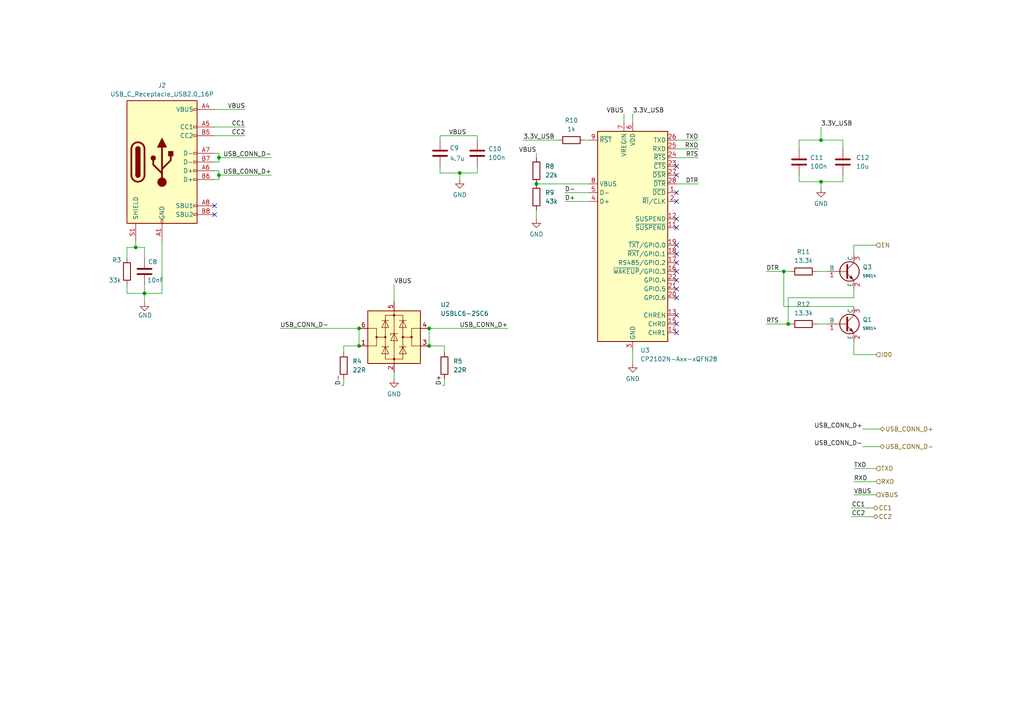
<source format=kicad_sch>
(kicad_sch (version 20250114) (generator "eeschema") (generator_version "9.0")
  (paper "A4")
  (lib_symbols
    (symbol "Connector:USB_C_Receptacle_USB2.0_16P" (pin_names (offset 1.016))
      (property "Reference" "J" (at 0 22.225 0))
      (property "Value" "USB_C_Receptacle_USB2.0_16P" (at 0 19.685 0))
      (symbol "USB_C_Receptacle_USB2.0_16P_0_0"
        (rectangle (start -0.254 -17.78) (end 0.254 -16.764))
        (rectangle (start 10.16 15.494) (end 9.144 14.986))
        (rectangle (start 10.16 10.414) (end 9.144 9.906))
        (rectangle (start 10.16 7.874) (end 9.144 7.366))
        (rectangle (start 10.16 2.794) (end 9.144 2.286))
        (rectangle (start 10.16 0.254) (end 9.144 -0.254))
        (rectangle (start 10.16 -2.286) (end 9.144 -2.794))
        (rectangle (start 10.16 -4.826) (end 9.144 -5.334))
        (rectangle (start 10.16 -12.446) (end 9.144 -12.954))
        (rectangle (start 10.16 -14.986) (end 9.144 -15.494))
      )
      (symbol "USB_C_Receptacle_USB2.0_16P_0_1"
        (rectangle (start -10.16 17.78) (end 10.16 -17.78) (stroke (width 0.254)) (fill (type background)))
        (polyline (pts (xy -8.89 -3.81) (xy -8.89 3.81)) (stroke (width 0.508)))
        (rectangle (start -7.62 -3.81) (end -6.35 3.81) (stroke (width 0.254)) (fill (type outline)))
        (arc (start -7.62 3.81) (mid -6.985 4.4423) (end -6.35 3.81) (stroke (width 0.254)))
        (arc (start -7.62 3.81) (mid -6.985 4.4423) (end -6.35 3.81) (stroke (width 0.254)) (fill (type outline)))
        (arc (start -8.89 3.81) (mid -6.985 5.7067) (end -5.08 3.81) (stroke (width 0.508)))
        (arc (start -5.08 -3.81) (mid -6.985 -5.7067) (end -8.89 -3.81) (stroke (width 0.508)))
        (arc (start -6.35 -3.81) (mid -6.985 -4.4423) (end -7.62 -3.81) (stroke (width 0.254)))
        (arc (start -6.35 -3.81) (mid -6.985 -4.4423) (end -7.62 -3.81) (stroke (width 0.254)) (fill (type outline)))
        (polyline (pts (xy -5.08 3.81) (xy -5.08 -3.81)) (stroke (width 0.508)))
        (circle (center -2.54 1.143) (radius 0.635) (stroke (width 0.254)) (fill (type outline)))
        (polyline (pts (xy -1.27 4.318) (xy 0 6.858) (xy 1.27 4.318) (xy -1.27 4.318)) (stroke (width 0.254)) (fill (type outline)))
        (polyline (pts (xy 0 -2.032) (xy 2.54 0.508) (xy 2.54 1.778)) (stroke (width 0.508)))
        (polyline (pts (xy 0 -3.302) (xy -2.54 -0.762) (xy -2.54 0.508)) (stroke (width 0.508)))
        (polyline (pts (xy 0 -5.842) (xy 0 4.318)) (stroke (width 0.508)))
        (circle (center 0 -5.842) (radius 1.27) (fill (type outline)))
        (rectangle (start 1.905 1.778) (end 3.175 3.048) (stroke (width 0.254)) (fill (type outline)))
      )
      (symbol "USB_C_Receptacle_USB2.0_16P_1_1"
        (pin passive line (at -7.62 -22.86 90) (length 5.08) (name "SHIELD") (number "S1"))
        (pin passive line (at 0 -22.86 90) (length 5.08) (name "GND") (number "A1"))
        (pin passive line (at 0 -22.86 90) (length 5.08) (hide yes) (name "GND") (number "A12"))
        (pin passive line (at 0 -22.86 90) (length 5.08) (hide yes) (name "GND") (number "B1"))
        (pin passive line (at 0 -22.86 90) (length 5.08) (hide yes) (name "GND") (number "B12"))
        (pin passive line (at 15.24 15.24 180) (length 5.08) (name "VBUS") (number "A4"))
        (pin passive line (at 15.24 15.24 180) (length 5.08) (hide yes) (name "VBUS") (number "A9"))
        (pin passive line (at 15.24 15.24 180) (length 5.08) (hide yes) (name "VBUS") (number "B4"))
        (pin passive line (at 15.24 15.24 180) (length 5.08) (hide yes) (name "VBUS") (number "B9"))
        (pin bidirectional line (at 15.24 10.16 180) (length 5.08) (name "CC1") (number "A5"))
        (pin bidirectional line (at 15.24 7.62 180) (length 5.08) (name "CC2") (number "B5"))
        (pin bidirectional line (at 15.24 2.54 180) (length 5.08) (name "D-") (number "A7"))
        (pin bidirectional line (at 15.24 0 180) (length 5.08) (name "D-") (number "B7"))
        (pin bidirectional line (at 15.24 -2.54 180) (length 5.08) (name "D+") (number "A6"))
        (pin bidirectional line (at 15.24 -5.08 180) (length 5.08) (name "D+") (number "B6"))
        (pin bidirectional line (at 15.24 -12.7 180) (length 5.08) (name "SBU1") (number "A8"))
        (pin bidirectional line (at 15.24 -15.24 180) (length 5.08) (name "SBU2") (number "B8"))
      )
    )
    (symbol "Device:C" (pin_numbers (hide yes)) (pin_names (offset 0.254))
      (property "Reference" "C" (at 0.635 2.54 0))
      (property "Value" "C" (at 0.635 -2.54 0))
      (symbol "C_0_1"
        (polyline (pts (xy -2.032 0.762) (xy 2.032 0.762)) (stroke (width 0.508)))
        (polyline (pts (xy -2.032 -0.762) (xy 2.032 -0.762)) (stroke (width 0.508)))
      )
      (symbol "C_1_1"
        (pin passive line (at 0 3.81 270) (length 2.794) (name "~") (number "1"))
        (pin passive line (at 0 -3.81 90) (length 2.794) (name "~") (number "2"))
      )
    )
    (symbol "Device:R" (pin_numbers (hide yes)) (pin_names (offset 0))
      (property "Reference" "R" (at 2.032 0 90))
      (property "Value" "R" (at 0 0 90))
      (symbol "R_0_1"
        (rectangle (start -1.016 -2.54) (end 1.016 2.54) (stroke (width 0.254)))
      )
      (symbol "R_1_1"
        (pin passive line (at 0 3.81 270) (length 1.27) (name "~") (number "1"))
        (pin passive line (at 0 -3.81 90) (length 1.27) (name "~") (number "2"))
      )
    )
    (symbol "Interface_USB:CP2102N-Axx-xQFN28"
      (property "Reference" "U" (at -8.89 31.75 0))
      (property "Value" "CP2102N-Axx-xQFN28" (at 12.7 31.75 0))
      (symbol "CP2102N-Axx-xQFN28_0_1"
        (rectangle (start -10.16 30.48) (end 10.16 -30.48) (stroke (width 0.254)) (fill (type background)))
      )
      (symbol "CP2102N-Axx-xQFN28_1_1"
        (pin input line (at -12.7 27.94 0) (length 2.54) (name "~{RST}") (number "9"))
        (pin input line (at -12.7 15.24 0) (length 2.54) (name "VBUS") (number "8"))
        (pin bidirectional line (at -12.7 12.7 0) (length 2.54) (name "D-") (number "5"))
        (pin bidirectional line (at -12.7 10.16 0) (length 2.54) (name "D+") (number "4"))
        (pin no_connect line (at -10.16 -27.94 0) (length 2.54) (hide yes) (name "NC") (number "10"))
        (pin power_in line (at -2.54 33.02 270) (length 2.54) (name "VREGIN") (number "7"))
        (pin power_in line (at 0 33.02 270) (length 2.54) (name "VDD") (number "6"))
        (pin passive line (at 0 -33.02 90) (length 2.54) (hide yes) (name "GND") (number "29"))
        (pin power_in line (at 0 -33.02 90) (length 2.54) (name "GND") (number "3"))
        (pin output line (at 12.7 27.94 180) (length 2.54) (name "TXD") (number "26"))
        (pin input line (at 12.7 25.4 180) (length 2.54) (name "RXD") (number "25"))
        (pin output line (at 12.7 22.86 180) (length 2.54) (name "~{RTS}") (number "24"))
        (pin input line (at 12.7 20.32 180) (length 2.54) (name "~{CTS}") (number "23"))
        (pin input line (at 12.7 17.78 180) (length 2.54) (name "~{DSR}") (number "27"))
        (pin output line (at 12.7 15.24 180) (length 2.54) (name "~{DTR}") (number "28"))
        (pin input line (at 12.7 12.7 180) (length 2.54) (name "~{DCD}") (number "1"))
        (pin bidirectional line (at 12.7 10.16 180) (length 2.54) (name "~{RI}/CLK") (number "2"))
        (pin output line (at 12.7 5.08 180) (length 2.54) (name "SUSPEND") (number "12"))
        (pin output line (at 12.7 2.54 180) (length 2.54) (name "~{SUSPEND}") (number "11"))
        (pin bidirectional line (at 12.7 -2.54 180) (length 2.54) (name "~{TXT}/GPIO.0") (number "19"))
        (pin bidirectional line (at 12.7 -5.08 180) (length 2.54) (name "~{RXT}/GPIO.1") (number "18"))
        (pin bidirectional line (at 12.7 -7.62 180) (length 2.54) (name "RS485/GPIO.2") (number "17"))
        (pin bidirectional line (at 12.7 -10.16 180) (length 2.54) (name "~{WAKEUP}/GPIO.3") (number "16"))
        (pin bidirectional line (at 12.7 -12.7 180) (length 2.54) (name "GPIO.4") (number "22"))
        (pin bidirectional line (at 12.7 -15.24 180) (length 2.54) (name "GPIO.5") (number "21"))
        (pin bidirectional line (at 12.7 -17.78 180) (length 2.54) (name "GPIO.6") (number "20"))
        (pin output line (at 12.7 -22.86 180) (length 2.54) (name "CHREN") (number "13"))
        (pin output line (at 12.7 -25.4 180) (length 2.54) (name "CHR0") (number "15"))
        (pin output line (at 12.7 -27.94 180) (length 2.54) (name "CHR1") (number "14"))
      )
    )
    (symbol "PCM_JLCPCB-Transistors:NPN,S9014" (pin_names (offset 0))
      (property "Reference" "Q" (at 4.8514 0.834 0))
      (property "Value" "S9014" (at 4.8514 -1.2122 0))
      (symbol "NPN,S9014_0_1"
        (polyline (pts (xy -2.54 0) (xy 0.635 0)) (stroke (width 0.1524)))
        (polyline (pts (xy 0.635 1.905) (xy 0.635 -1.905) (xy 0.635 -1.905)) (stroke (width 0.508)))
        (polyline (pts (xy 0.635 0.635) (xy 2.54 2.54)))
        (polyline (pts (xy 0.635 -0.635) (xy 2.54 -2.54) (xy 2.54 -2.54)))
        (circle (center 1.27 0) (radius 2.8194) (stroke (width 0.254)))
        (polyline (pts (xy 1.27 -1.778) (xy 1.778 -1.27) (xy 2.286 -2.286) (xy 1.27 -1.778) (xy 1.27 -1.778)) (fill (type outline)))
        (polyline (pts (xy 2.794 -1.27) (xy 2.794 -1.27)) (stroke (width 0.1524)))
        (polyline (pts (xy 2.794 -1.27) (xy 2.794 -1.27)) (stroke (width 0.1524)))
      )
      (symbol "NPN,S9014_1_1"
        (pin input line (at -5.08 0 0) (length 2.54) (name "B") (number "1"))
        (pin open_collector line (at 2.54 5.08 270) (length 2.54) (name "C") (number "3"))
        (pin open_emitter line (at 2.54 -5.08 90) (length 2.54) (name "E") (number "2"))
      )
    )
    (symbol "Power_Protection:USBLC6-2SC6" (pin_names (hide yes))
      (property "Reference" "U" (at 2.54 8.89 0))
      (property "Value" "USBLC6-2SC6" (at 2.54 -8.89 0))
      (symbol "USBLC6-2SC6_0_1"
        (rectangle (start -7.62 -7.62) (end 7.62 7.62) (stroke (width 0.254)) (fill (type background)))
        (polyline (pts (xy -5.08 2.54) (xy -7.62 2.54)))
        (circle (center -5.08 0) (radius 0.254) (fill (type outline)))
        (polyline (pts (xy -5.08 0) (xy -5.08 -2.54)))
        (polyline (pts (xy -5.08 -2.54) (xy -7.62 -2.54)))
        (polyline (pts (xy -3.556 2.794) (xy -1.524 2.794) (xy -2.54 4.826) (xy -3.556 2.794)))
        (polyline (pts (xy -3.556 -4.826) (xy -1.524 -4.826) (xy -2.54 -2.794) (xy -3.556 -4.826)))
        (rectangle (start -2.54 6.35) (end 2.54 -6.35))
        (circle (center -2.54 0) (radius 0.254) (fill (type outline)))
        (polyline (pts (xy -2.54 0) (xy -5.08 0) (xy -5.08 2.54)))
        (polyline (pts (xy -1.524 4.826) (xy -3.556 4.826)))
        (polyline (pts (xy -1.524 -2.794) (xy -3.556 -2.794)))
        (polyline (pts (xy -1.016 -1.016) (xy 1.016 -1.016) (xy 0 1.016) (xy -1.016 -1.016)))
        (circle (center 0 6.35) (radius 0.254) (fill (type outline)))
        (polyline (pts (xy 0 6.35) (xy 0 7.62)))
        (polyline (pts (xy 0 1.27) (xy 0 6.35)))
        (polyline (pts (xy 0 -6.35) (xy 0 1.27)))
        (circle (center 0 -6.35) (radius 0.254) (fill (type outline)))
        (polyline (pts (xy 0 -7.62) (xy 0 -6.35)))
        (polyline (pts (xy 1.016 1.016) (xy 0.762 1.016) (xy -1.016 1.016) (xy -1.016 0.508)))
        (polyline (pts (xy 1.524 4.826) (xy 3.556 4.826)))
        (polyline (pts (xy 1.524 -2.794) (xy 3.556 -2.794)))
        (polyline (pts (xy 2.54 0) (xy 5.08 0) (xy 5.08 2.54)))
        (circle (center 2.54 0) (radius 0.254) (fill (type outline)))
        (polyline (pts (xy 3.556 2.794) (xy 1.524 2.794) (xy 2.54 4.826) (xy 3.556 2.794)))
        (polyline (pts (xy 3.556 -4.826) (xy 1.524 -4.826) (xy 2.54 -2.794) (xy 3.556 -4.826)))
        (polyline (pts (xy 5.08 2.54) (xy 7.62 2.54)))
        (polyline (pts (xy 5.08 0) (xy 5.08 -2.54)))
        (circle (center 5.08 0) (radius 0.254) (fill (type outline)))
        (polyline (pts (xy 5.08 -2.54) (xy 7.62 -2.54)))
      )
      (symbol "USBLC6-2SC6_1_1"
        (pin passive line (at -10.16 2.54 0) (length 2.54) (name "I/O1") (number "6"))
        (pin passive line (at -10.16 -2.54 0) (length 2.54) (name "I/O1") (number "1"))
        (pin passive line (at 0 10.16 270) (length 2.54) (name "VBUS") (number "5"))
        (pin passive line (at 0 -10.16 90) (length 2.54) (name "GND") (number "2"))
        (pin passive line (at 10.16 2.54 180) (length 2.54) (name "I/O2") (number "4"))
        (pin passive line (at 10.16 -2.54 180) (length 2.54) (name "I/O2") (number "3"))
      )
    )
    (symbol "power:GND" (power) (pin_names (offset 0))
      (property "Value" "GND" (at 0 -3.81 0))
      (symbol "GND_0_1"
        (polyline (pts (xy 0 0) (xy 0 -1.27) (xy 1.27 -1.27) (xy 0 -2.54) (xy -1.27 -1.27) (xy 0 -1.27)))
      )
      (symbol "GND_1_1"
        (pin power_in line (at 0 0 270) (length 0) (hide yes) (name "GND") (number "1"))
      )
    )
  )
  (junction (at 39.37 71.755))
  (junction (at 238.125 40.64))
  (junction (at 227.33 78.74))
  (junction (at 104.14 95.25))
  (junction (at 63.5 50.8))
  (junction (at 133.35 50.165))
  (junction (at 104.14 100.33))
  (junction (at 124.46 95.25))
  (junction (at 228.6 93.98))
  (junction (at 155.575 53.34))
  (junction (at 124.46 100.33))
  (junction (at 238.125 52.705))
  (junction (at 63.5 45.72))
  (junction (at 41.91 85.09))
  (no_connect (at 196.215 55.88))
  (no_connect (at 196.215 83.82))
  (no_connect (at 196.215 73.66))
  (no_connect (at 196.215 78.74))
  (no_connect (at 196.215 50.8))
  (no_connect (at 196.215 96.52))
  (no_connect (at 196.215 48.26))
  (no_connect (at 196.215 86.36))
  (no_connect (at 196.215 71.12))
  (no_connect (at 62.23 62.23))
  (no_connect (at 62.23 59.69))
  (no_connect (at 196.215 63.5))
  (no_connect (at 196.215 91.44))
  (no_connect (at 196.215 58.42))
  (no_connect (at 196.215 81.28))
  (no_connect (at 196.215 93.98))
  (no_connect (at 196.215 66.04))
  (no_connect (at 196.215 76.2))
  (wire (pts (xy 36.83 71.755) (xy 39.37 71.755)))
  (wire (pts (xy 41.91 85.09) (xy 41.91 87.63)))
  (wire (pts (xy 124.46 100.33) (xy 128.905 100.33)))
  (wire (pts (xy 222.25 78.74) (xy 227.33 78.74)))
  (wire (pts (xy 62.23 39.37) (xy 71.12 39.37)))
  (wire (pts (xy 138.43 50.165) (xy 138.43 48.26)))
  (wire (pts (xy 163.83 55.88) (xy 170.815 55.88)))
  (wire (pts (xy 155.575 60.96) (xy 155.575 63.5)))
  (wire (pts (xy 36.83 85.09) (xy 41.91 85.09)))
  (wire (pts (xy 63.5 50.8) (xy 63.5 52.07)))
  (wire (pts (xy 254 71.12) (xy 247.65 71.12)))
  (wire (pts (xy 99.695 111.76) (xy 99.695 109.855)))
  (wire (pts (xy 78.74 45.72) (xy 63.5 45.72)))
  (wire (pts (xy 62.23 49.53) (xy 63.5 49.53)))
  (wire (pts (xy 62.23 31.75) (xy 71.12 31.75)))
  (wire (pts (xy 99.695 100.33) (xy 99.695 102.235)))
  (wire (pts (xy 127.635 40.64) (xy 127.635 39.37)))
  (wire (pts (xy 247.015 149.86) (xy 253.365 149.86)))
  (wire (pts (xy 247.65 135.89) (xy 254 135.89)))
  (wire (pts (xy 238.125 36.83) (xy 238.125 40.64)))
  (wire (pts (xy 231.775 43.18) (xy 231.775 40.64)))
  (wire (pts (xy 62.23 46.99) (xy 63.5 46.99)))
  (wire (pts (xy 62.23 36.83) (xy 71.12 36.83)))
  (wire (pts (xy 227.33 78.74) (xy 229.235 78.74)))
  (wire (pts (xy 36.83 74.93) (xy 36.83 71.755)))
  (wire (pts (xy 183.515 33.02) (xy 183.515 35.56)))
  (wire (pts (xy 222.25 93.98) (xy 228.6 93.98)))
  (wire (pts (xy 180.975 33.02) (xy 180.975 35.56)))
  (wire (pts (xy 133.35 50.165) (xy 138.43 50.165)))
  (wire (pts (xy 124.46 95.25) (xy 147.32 95.25)))
  (wire (pts (xy 238.125 40.64) (xy 244.475 40.64)))
  (wire (pts (xy 244.475 43.18) (xy 244.475 40.64)))
  (wire (pts (xy 81.28 95.25) (xy 104.14 95.25)))
  (wire (pts (xy 41.91 82.55) (xy 41.91 85.09)))
  (wire (pts (xy 247.65 71.12) (xy 247.65 73.66)))
  (wire (pts (xy 228.6 86.36) (xy 228.6 93.98)))
  (wire (pts (xy 247.65 83.82) (xy 247.65 86.36)))
  (wire (pts (xy 247.65 139.7) (xy 254 139.7)))
  (wire (pts (xy 196.215 53.34) (xy 202.565 53.34)))
  (wire (pts (xy 169.545 40.64) (xy 170.815 40.64)))
  (wire (pts (xy 41.91 85.09) (xy 46.99 85.09)))
  (wire (pts (xy 128.27 111.76) (xy 128.905 111.76)))
  (wire (pts (xy 36.83 82.55) (xy 36.83 85.09)))
  (wire (pts (xy 247.65 143.51) (xy 254 143.51)))
  (wire (pts (xy 114.3 82.55) (xy 114.3 87.63)))
  (wire (pts (xy 196.215 45.72) (xy 202.565 45.72)))
  (wire (pts (xy 247.65 99.06) (xy 247.65 102.87)))
  (wire (pts (xy 114.3 107.95) (xy 114.3 109.855)))
  (wire (pts (xy 133.35 50.165) (xy 133.35 52.07)))
  (wire (pts (xy 62.23 52.07) (xy 63.5 52.07)))
  (wire (pts (xy 231.775 52.705) (xy 231.775 50.8)))
  (wire (pts (xy 128.905 111.76) (xy 128.905 109.855)))
  (wire (pts (xy 62.23 44.45) (xy 63.5 44.45)))
  (wire (pts (xy 236.855 78.74) (xy 240.03 78.74)))
  (wire (pts (xy 238.125 52.705) (xy 238.125 54.61)))
  (wire (pts (xy 228.6 93.98) (xy 229.235 93.98)))
  (wire (pts (xy 41.91 71.755) (xy 39.37 71.755)))
  (wire (pts (xy 238.125 52.705) (xy 244.475 52.705)))
  (wire (pts (xy 104.14 95.25) (xy 104.14 100.33)))
  (wire (pts (xy 247.65 102.87) (xy 254 102.87)))
  (wire (pts (xy 151.765 40.64) (xy 161.925 40.64)))
  (wire (pts (xy 104.14 100.33) (xy 99.695 100.33)))
  (wire (pts (xy 227.33 88.9) (xy 227.33 78.74)))
  (wire (pts (xy 41.91 74.93) (xy 41.91 71.755)))
  (wire (pts (xy 127.635 48.26) (xy 127.635 50.165)))
  (wire (pts (xy 155.575 45.72) (xy 155.575 44.45)))
  (wire (pts (xy 46.99 85.09) (xy 46.99 69.85)))
  (wire (pts (xy 196.215 43.18) (xy 202.565 43.18)))
  (wire (pts (xy 170.815 53.34) (xy 155.575 53.34)))
  (wire (pts (xy 247.015 147.32) (xy 253.365 147.32)))
  (wire (pts (xy 236.855 93.98) (xy 240.03 93.98)))
  (wire (pts (xy 128.905 100.33) (xy 128.905 102.235)))
  (wire (pts (xy 247.65 88.9) (xy 227.33 88.9)))
  (wire (pts (xy 63.5 49.53) (xy 63.5 50.8)))
  (wire (pts (xy 250.19 129.54) (xy 255.27 129.54)))
  (wire (pts (xy 231.775 52.705) (xy 238.125 52.705)))
  (wire (pts (xy 63.5 45.72) (xy 63.5 44.45)))
  (wire (pts (xy 124.46 95.25) (xy 124.46 100.33)))
  (wire (pts (xy 244.475 50.8) (xy 244.475 52.705)))
  (wire (pts (xy 247.65 86.36) (xy 228.6 86.36)))
  (wire (pts (xy 63.5 50.8) (xy 78.74 50.8)))
  (wire (pts (xy 127.635 50.165) (xy 133.35 50.165)))
  (wire (pts (xy 127.635 39.37) (xy 138.43 39.37)))
  (wire (pts (xy 138.43 40.64) (xy 138.43 39.37)))
  (wire (pts (xy 163.83 58.42) (xy 170.815 58.42)))
  (wire (pts (xy 231.775 40.64) (xy 238.125 40.64)))
  (wire (pts (xy 63.5 46.99) (xy 63.5 45.72)))
  (wire (pts (xy 99.06 111.76) (xy 99.695 111.76)))
  (wire (pts (xy 196.215 40.64) (xy 202.565 40.64)))
  (wire (pts (xy 39.37 71.755) (xy 39.37 69.85)))
  (wire (pts (xy 183.515 101.6) (xy 183.515 105.41)))
  (wire (pts (xy 250.19 124.46) (xy 255.27 124.46)))
  (label "VBUS" (at 114.3 82.55 0))
  (label "RTS" (at 202.565 45.72 180))
  (label "USB_CONN_D+" (at 78.74 50.8 180))
  (label "RXD" (at 202.565 43.18 180))
  (label "D-" (at 163.83 55.88 0))
  (label "VBUS" (at 247.65 143.51 0))
  (label "USB_CONN_D-" (at 250.19 129.54 180))
  (label "RTS" (at 222.25 93.98 0))
  (label "DTR" (at 222.25 78.74 0))
  (label "3.3V_USB" (at 238.125 36.83 0))
  (label "CC2" (at 247.015 149.86 0))
  (label "3.3V_USB" (at 151.765 40.64 0))
  (label "3.3V_USB" (at 183.515 33.02 0))
  (label "RXD" (at 247.65 139.7 0))
  (label "VBUS" (at 71.12 31.75 180))
  (label "USB_CONN_D+" (at 147.32 95.25 180))
  (label "USB_CONN_D-" (at 81.28 95.25 0))
  (label "TXD" (at 202.565 40.64 180))
  (label "DTR" (at 202.565 53.34 180))
  (label "D+" (at 163.83 58.42 0))
  (label "CC1" (at 247.015 147.32 0))
  (label "D-" (at 99.06 111.76 90))
  (label "USB_CONN_D+" (at 250.19 124.46 180))
  (label "CC1" (at 71.12 36.83 180))
  (label "TXD" (at 247.65 135.89 0))
  (label "D+" (at 128.27 111.76 90))
  (label "CC2" (at 71.12 39.37 180))
  (label "USB_CONN_D-" (at 78.74 45.72 180))
  (label "VBUS" (at 155.575 44.45 180))
  (label "VBUS" (at 130.175 39.37 0))
  (label "VBUS" (at 180.975 33.02 180))
  (hierarchical_label "EN" (shape input) (at 254 71.12 0))
  (hierarchical_label "USB_CONN_D+" (shape bidirectional) (at 255.27 124.46 0))
  (hierarchical_label "RXD" (shape input) (at 254 139.7 0))
  (hierarchical_label "CC2" (shape bidirectional) (at 253.365 149.86 0))
  (hierarchical_label "VBUS" (shape input) (at 254 143.51 0))
  (hierarchical_label "CC1" (shape bidirectional) (at 253.365 147.32 0))
  (hierarchical_label "TXD" (shape input) (at 254 135.89 0))
  (hierarchical_label "IO0" (shape input) (at 254 102.87 0))
  (hierarchical_label "USB_CONN_D-" (shape bidirectional) (at 255.27 129.54 0))
  (symbol (lib_id "Connector:USB_C_Receptacle_USB2.0_16P") (at 46.99 46.99 0) (unit 1)
    (property "Reference" "J2" (at 46.99 24.765 0))
    (property "Value" "USB_C_Receptacle_USB2.0_16P" (at 46.99 27.305 0))
    (property "Footprint" "Connector_USB:USB_C_Receptacle_HCTL_HC-TYPE-C-16P-01A" (effects (hide yes)))
    (property "Datasheet" "https://www.usb.org/sites/default/files/documents/usb_type-c.zip" (effects (hide yes)))
    (property "LCSC" "C2765186" (effects (hide yes)))
  )
  (symbol (lib_id "power:GND") (at 41.91 87.63 0) (unit 1)
    (property "Reference" "#PWR09" (effects (hide yes)))
    (property "Value" "GND" (at 40.005 91.44 0) (effects (justify left)))
  )
  (symbol (lib_id "Device:R") (at 155.575 57.15 180) (unit 1)
    (property "Reference" "R9" (at 158.115 55.8799 0) (effects (justify right)))
    (property "Value" "43k" (at 158.115 58.4199 0) (effects (justify right)))
    (property "Footprint" "Resistor_SMD:R_0402_1005Metric" (effects (hide yes)))
    (property "LCSC" "C25952" (effects (hide yes)))
  )
  (symbol (lib_id "power:GND") (at 155.575 63.5 0) (unit 1)
    (property "Reference" "#PWR013" (effects (hide yes)))
    (property "Value" "GND" (at 155.575 67.945 0))
  )
  (symbol (lib_id "Device:R") (at 233.045 78.74 90) (unit 1)
    (property "Reference" "R11" (at 233.045 73.025 90))
    (property "Value" "13.3k" (at 233.045 75.565 90))
    (property "Footprint" "Resistor_SMD:R_0603_1608Metric" (effects (hide yes)))
    (property "LCSC" "C25952" (effects (hide yes)))
  )
  (symbol (lib_id "Device:C") (at 127.635 44.45 0) (unit 1)
    (property "Reference" "C9" (at 130.429 42.926 0) (effects (justify left)))
    (property "Value" "4.7u" (at 130.429 45.974 0) (effects (justify left)))
    (property "Footprint" "Resistor_SMD:R_0603_1608Metric" (effects (hide yes)))
    (property "LCSC" "C19702" (effects (hide yes)))
  )
  (symbol (lib_id "Interface_USB:CP2102N-Axx-xQFN28") (at 183.515 68.58 0) (unit 1)
    (property "Reference" "U3" (at 185.7091 101.6 0) (effects (justify left)))
    (property "Value" "CP2102N-Axx-xQFN28" (at 185.7091 104.14 0) (effects (justify left)))
    (property "Footprint" "Package_DFN_QFN:QFN-28-1EP_5x5mm_P0.5mm_EP3.35x3.35mm" (effects (hide yes)))
    (property "Datasheet" "https://www.silabs.com/documents/public/data-sheets/cp2102n-datasheet.pdf" (effects (hide yes)))
    (property "LCSC" "C964632" (effects (hide yes)))
  )
  (symbol (lib_id "Device:C") (at 244.475 46.99 0) (unit 1)
    (property "Reference" "C12" (at 248.285 45.7199 0) (effects (justify left)))
    (property "Value" "10u" (at 248.285 48.2599 0) (effects (justify left)))
    (property "Footprint" "Resistor_SMD:R_0603_1608Metric" (effects (hide yes)))
    (property "LCSC" "C19702" (effects (hide yes)))
  )
  (symbol (lib_id "power:GND") (at 133.35 52.07 0) (unit 1)
    (property "Reference" "#PWR012" (effects (hide yes)))
    (property "Value" "GND" (at 133.35 56.515 0))
  )
  (symbol (lib_id "Device:R") (at 165.735 40.64 90) (unit 1)
    (property "Reference" "R10" (at 165.735 34.925 90))
    (property "Value" "1k" (at 165.735 37.465 90))
    (property "Footprint" "Resistor_SMD:R_0603_1608Metric" (effects (hide yes)))
    (property "LCSC" "C14676" (effects (hide yes)))
  )
  (symbol (lib_id "PCM_JLCPCB-Transistors:NPN,S9014") (at 245.11 78.74 0) (unit 1)
    (property "Reference" "Q3" (at 250.19 77.4699 0) (effects (justify left)))
    (property "Value" "S9014" (at 250.19 80.01 0) (effects (font (size 0.8 0.8)) (justify left)))
    (property "Footprint" "PCM_JLCPCB:Q_SOT-23" (effects (hide yes)))
    (property "Datasheet" "https://wmsc.lcsc.com/wmsc/upload/file/pdf/v2/lcsc/2312291746_hongjiacheng-S9014_C20069130.pdf" (effects (hide yes)))
    (property "Description" "45V 200mW 200@1.0mA,5.0V 100mA NPN SOT-23 Bipolar (BJT) ROHS" (effects (hide yes)))
    (property "LCSC" "C20069130" (effects (hide yes)))
    (property "Stock" "119244" (effects (hide yes)))
    (property "Price" "0.014USD" (effects (hide yes)))
    (property "Process" "SMT" (effects (hide yes)))
    (property "Minimum Qty" "10" (effects (hide yes)))
    (property "Attrition Qty" "4" (effects (hide yes)))
    (property "Class" "Preferred Component" (effects (hide yes)))
    (property "Category" "Triode/MOS Tube/Transistor,Bipolar Transistors - BJT" (effects (hide yes)))
    (property "Manufacturer" "hongjiacheng" (effects (hide yes)))
    (property "Part" "S9014" (effects (hide yes)))
  )
  (symbol (lib_id "power:GND") (at 114.3 109.855 0) (unit 1)
    (property "Reference" "#PWR010" (effects (hide yes)))
    (property "Value" "GND" (at 114.3 114.3 0))
  )
  (symbol (lib_id "Device:R") (at 36.83 78.74 0) (unit 1)
    (property "Reference" "R3" (at 32.512 75.438 0) (effects (justify left)))
    (property "Value" "33k" (at 31.496 81.28 0) (effects (justify left)))
    (property "Footprint" "Resistor_SMD:R_0603_1608Metric" (effects (hide yes)))
    (property "LCSC" "C4216" (effects (hide yes)))
  )
  (symbol (lib_id "Power_Protection:USBLC6-2SC6") (at 114.3 97.79 0) (unit 1)
    (property "Reference" "U2" (at 127.762 88.392 0) (effects (justify left)))
    (property "Value" "USBLC6-2SC6" (at 127.762 90.932 0) (effects (justify left)))
    (property "Footprint" "Package_TO_SOT_SMD:SOT-23-6" (effects (hide yes)))
    (property "Datasheet" "https://www.st.com/resource/en/datasheet/usblc6-2.pdf" (effects (hide yes)))
    (property "LCSC" "C5180249" (effects (hide yes)))
  )
  (symbol (lib_id "Device:R") (at 233.045 93.98 90) (unit 1)
    (property "Reference" "R12" (at 233.045 88.265 90))
    (property "Value" "13.3k" (at 233.045 90.805 90))
    (property "Footprint" "Resistor_SMD:R_0603_1608Metric" (effects (hide yes)))
    (property "LCSC" "C25952" (effects (hide yes)))
  )
  (symbol (lib_id "Device:R") (at 99.695 106.045 0) (unit 1)
    (property "Reference" "R4" (at 102.235 104.775 0) (effects (justify left)))
    (property "Value" "22R" (at 102.235 107.315 0) (effects (justify left)))
    (property "Footprint" "Resistor_SMD:R_0603_1608Metric" (effects (hide yes)))
    (property "LCSC" "C71618" (effects (hide yes)))
  )
  (symbol (lib_id "Device:C") (at 138.43 44.45 0) (unit 1)
    (property "Reference" "C10" (at 141.605 43.1799 0) (effects (justify left)))
    (property "Value" "100n" (at 141.605 45.7199 0) (effects (justify left)))
    (property "Footprint" "Resistor_SMD:R_0603_1608Metric" (effects (hide yes)))
    (property "LCSC" "C14663" (effects (hide yes)))
  )
  (symbol (lib_id "Device:C") (at 41.91 78.74 0) (unit 1)
    (property "Reference" "C8" (at 42.926 75.946 0) (effects (justify left)))
    (property "Value" "10nF" (at 42.672 81.28 0) (effects (justify left)))
    (property "Footprint" "Resistor_SMD:R_0603_1608Metric" (effects (hide yes)))
    (property "LCSC" "C57112" (effects (hide yes)))
  )
  (symbol (lib_id "power:GND") (at 238.125 54.61 0) (unit 1)
    (property "Reference" "#PWR015" (effects (hide yes)))
    (property "Value" "GND" (at 238.125 59.055 0))
  )
  (symbol (lib_id "Device:R") (at 155.575 49.53 180) (unit 1)
    (property "Reference" "R8" (at 158.115 48.2599 0) (effects (justify right)))
    (property "Value" "22k" (at 158.115 50.7999 0) (effects (justify right)))
    (property "Footprint" "Resistor_SMD:R_0402_1005Metric" (effects (hide yes)))
    (property "LCSC" "C25952" (effects (hide yes)))
  )
  (symbol (lib_id "PCM_JLCPCB-Transistors:NPN,S9014") (at 245.11 93.98 0) (unit 1)
    (property "Reference" "Q1" (at 250.19 92.7099 0) (effects (justify left)))
    (property "Value" "S9014" (at 250.19 95.25 0) (effects (font (size 0.8 0.8)) (justify left)))
    (property "Footprint" "PCM_JLCPCB:Q_SOT-23" (effects (hide yes)))
    (property "Datasheet" "https://wmsc.lcsc.com/wmsc/upload/file/pdf/v2/lcsc/2312291746_hongjiacheng-S9014_C20069130.pdf" (effects (hide yes)))
    (property "Description" "45V 200mW 200@1.0mA,5.0V 100mA NPN SOT-23 Bipolar (BJT) ROHS" (effects (hide yes)))
    (property "LCSC" "C20069130" (effects (hide yes)))
    (property "Stock" "119244" (effects (hide yes)))
    (property "Price" "0.014USD" (effects (hide yes)))
    (property "Process" "SMT" (effects (hide yes)))
    (property "Minimum Qty" "10" (effects (hide yes)))
    (property "Attrition Qty" "4" (effects (hide yes)))
    (property "Class" "Preferred Component" (effects (hide yes)))
    (property "Category" "Triode/MOS Tube/Transistor,Bipolar Transistors - BJT" (effects (hide yes)))
    (property "Manufacturer" "hongjiacheng" (effects (hide yes)))
    (property "Part" "S9014" (effects (hide yes)))
  )
  (symbol (lib_id "power:GND") (at 183.515 105.41 0) (unit 1)
    (property "Reference" "#PWR014" (effects (hide yes)))
    (property "Value" "GND" (at 183.515 109.855 0))
  )
  (symbol (lib_id "Device:C") (at 231.775 46.99 0) (unit 1)
    (property "Reference" "C11" (at 234.95 45.7199 0) (effects (justify left)))
    (property "Value" "100n" (at 234.95 48.2599 0) (effects (justify left)))
    (property "Footprint" "Resistor_SMD:R_0603_1608Metric" (effects (hide yes)))
    (property "LCSC" "C14663" (effects (hide yes)))
  )
  (symbol (lib_id "Device:R") (at 128.905 106.045 0) (unit 1)
    (property "Reference" "R5" (at 131.445 104.775 0) (effects (justify left)))
    (property "Value" "22R" (at 131.445 107.315 0) (effects (justify left)))
    (property "Footprint" "Resistor_SMD:R_0603_1608Metric" (effects (hide yes)))
    (property "LCSC" "C71618" (effects (hide yes)))
  )
)
</source>
